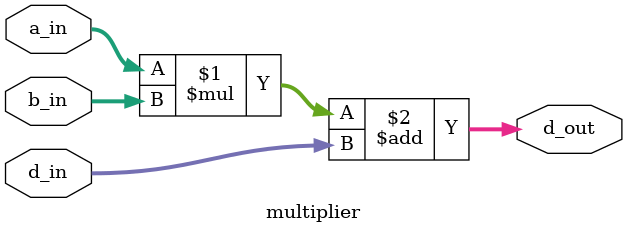
<source format=v>
module multiplier(
    input [7:0]a_in,
    input [7:0]b_in,
    input [7:0]d_in,
    output [7:0]d_out
    );
    
//    assign d_out = (d_in == 4'bz)? (a_in * b_in) + d_in  : (a_in * b_in);
    assign d_out = (a_in * b_in) + d_in;

endmodule
</source>
